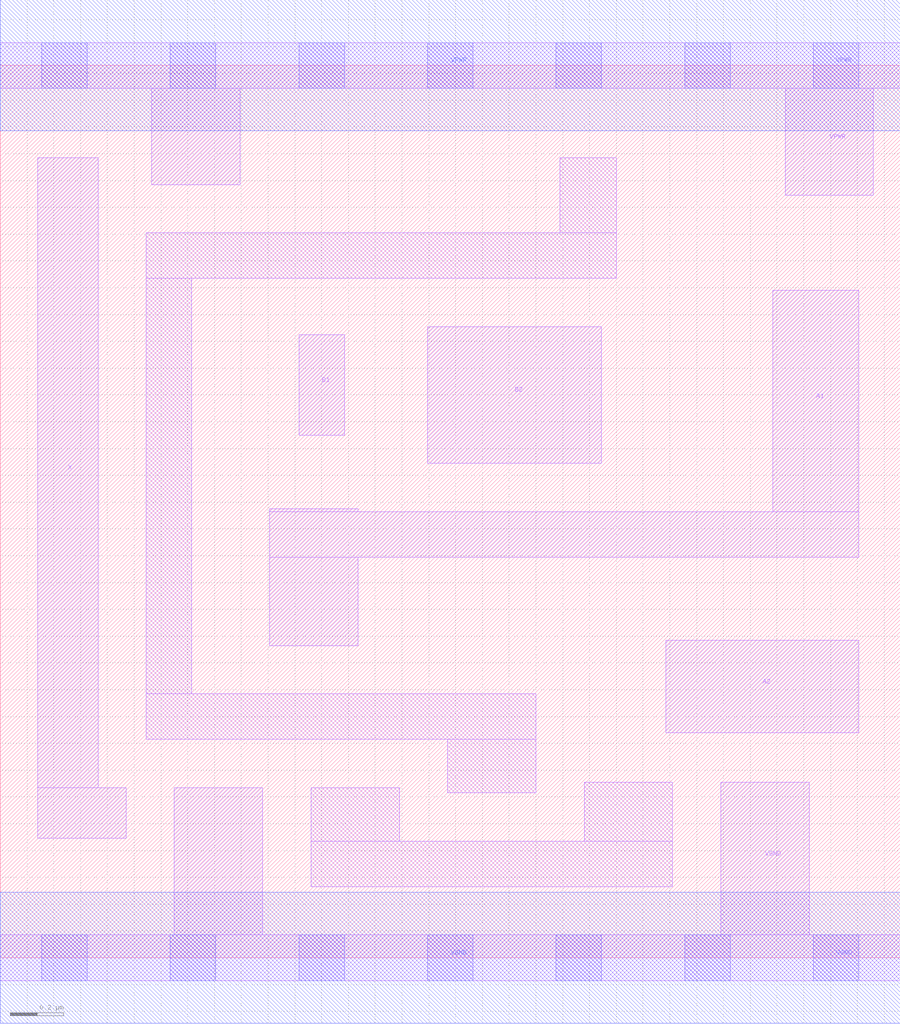
<source format=lef>
# Copyright 2020 The SkyWater PDK Authors
#
# Licensed under the Apache License, Version 2.0 (the "License");
# you may not use this file except in compliance with the License.
# You may obtain a copy of the License at
#
#     https://www.apache.org/licenses/LICENSE-2.0
#
# Unless required by applicable law or agreed to in writing, software
# distributed under the License is distributed on an "AS IS" BASIS,
# WITHOUT WARRANTIES OR CONDITIONS OF ANY KIND, either express or implied.
# See the License for the specific language governing permissions and
# limitations under the License.
#
# SPDX-License-Identifier: Apache-2.0

VERSION 5.7 ;
  NAMESCASESENSITIVE ON ;
  NOWIREEXTENSIONATPIN ON ;
  DIVIDERCHAR "/" ;
  BUSBITCHARS "[]" ;
UNITS
  DATABASE MICRONS 200 ;
END UNITS
MACRO sky130_fd_sc_lp__o22a_m
  CLASS CORE ;
  SOURCE USER ;
  FOREIGN sky130_fd_sc_lp__o22a_m ;
  ORIGIN  0.000000  0.000000 ;
  SIZE  3.360000 BY  3.330000 ;
  SYMMETRY X Y R90 ;
  SITE unit ;
  PIN A1
    ANTENNAGATEAREA  0.126000 ;
    DIRECTION INPUT ;
    USE SIGNAL ;
    PORT
      LAYER li1 ;
        RECT 1.005000 1.165000 1.335000 1.495000 ;
        RECT 1.005000 1.495000 3.205000 1.665000 ;
        RECT 1.005000 1.665000 1.335000 1.675000 ;
        RECT 2.885000 1.665000 3.205000 2.490000 ;
    END
  END A1
  PIN A2
    ANTENNAGATEAREA  0.126000 ;
    DIRECTION INPUT ;
    USE SIGNAL ;
    PORT
      LAYER li1 ;
        RECT 2.485000 0.840000 3.205000 1.185000 ;
    END
  END A2
  PIN B1
    ANTENNAGATEAREA  0.126000 ;
    DIRECTION INPUT ;
    USE SIGNAL ;
    PORT
      LAYER li1 ;
        RECT 1.115000 1.950000 1.285000 2.325000 ;
    END
  END B1
  PIN B2
    ANTENNAGATEAREA  0.126000 ;
    DIRECTION INPUT ;
    USE SIGNAL ;
    PORT
      LAYER li1 ;
        RECT 1.595000 1.845000 2.245000 2.355000 ;
    END
  END B2
  PIN X
    ANTENNADIFFAREA  0.239400 ;
    DIRECTION OUTPUT ;
    USE SIGNAL ;
    PORT
      LAYER li1 ;
        RECT 0.140000 0.445000 0.470000 0.635000 ;
        RECT 0.140000 0.635000 0.365000 2.985000 ;
    END
  END X
  PIN VGND
    DIRECTION INOUT ;
    USE GROUND ;
    PORT
      LAYER li1 ;
        RECT 0.000000 -0.085000 3.360000 0.085000 ;
        RECT 0.650000  0.085000 0.980000 0.635000 ;
        RECT 2.690000  0.085000 3.020000 0.655000 ;
      LAYER mcon ;
        RECT 0.155000 -0.085000 0.325000 0.085000 ;
        RECT 0.635000 -0.085000 0.805000 0.085000 ;
        RECT 1.115000 -0.085000 1.285000 0.085000 ;
        RECT 1.595000 -0.085000 1.765000 0.085000 ;
        RECT 2.075000 -0.085000 2.245000 0.085000 ;
        RECT 2.555000 -0.085000 2.725000 0.085000 ;
        RECT 3.035000 -0.085000 3.205000 0.085000 ;
      LAYER met1 ;
        RECT 0.000000 -0.245000 3.360000 0.245000 ;
    END
  END VGND
  PIN VPWR
    DIRECTION INOUT ;
    USE POWER ;
    PORT
      LAYER li1 ;
        RECT 0.000000 3.245000 3.360000 3.415000 ;
        RECT 0.565000 2.885000 0.895000 3.245000 ;
        RECT 2.930000 2.845000 3.260000 3.245000 ;
      LAYER mcon ;
        RECT 0.155000 3.245000 0.325000 3.415000 ;
        RECT 0.635000 3.245000 0.805000 3.415000 ;
        RECT 1.115000 3.245000 1.285000 3.415000 ;
        RECT 1.595000 3.245000 1.765000 3.415000 ;
        RECT 2.075000 3.245000 2.245000 3.415000 ;
        RECT 2.555000 3.245000 2.725000 3.415000 ;
        RECT 3.035000 3.245000 3.205000 3.415000 ;
      LAYER met1 ;
        RECT 0.000000 3.085000 3.360000 3.575000 ;
    END
  END VPWR
  OBS
    LAYER li1 ;
      RECT 0.545000 0.815000 2.000000 0.985000 ;
      RECT 0.545000 0.985000 0.715000 2.535000 ;
      RECT 0.545000 2.535000 2.300000 2.705000 ;
      RECT 1.160000 0.265000 2.510000 0.435000 ;
      RECT 1.160000 0.435000 1.490000 0.635000 ;
      RECT 1.670000 0.615000 2.000000 0.815000 ;
      RECT 2.090000 2.705000 2.300000 2.985000 ;
      RECT 2.180000 0.435000 2.510000 0.655000 ;
  END
END sky130_fd_sc_lp__o22a_m

</source>
